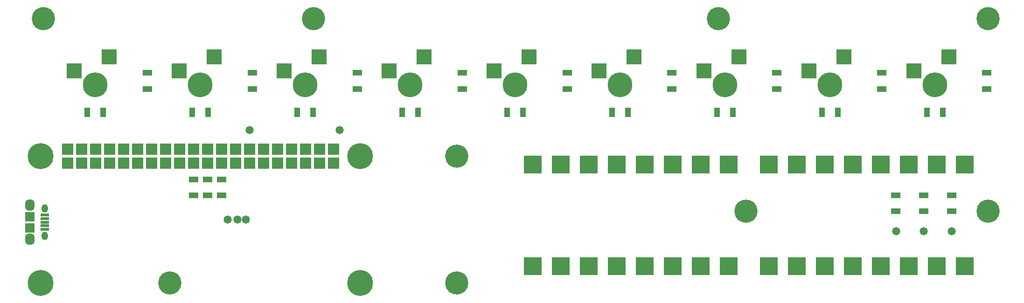
<source format=gts>
G04*
G04 #@! TF.GenerationSoftware,Altium Limited,Altium Designer,22.7.1 (60)*
G04*
G04 Layer_Color=8388736*
%FSLAX24Y24*%
%MOIN*%
G70*
G04*
G04 #@! TF.SameCoordinates,DC1CCC30-8026-4ED1-971E-78593126AE31*
G04*
G04*
G04 #@! TF.FilePolarity,Negative*
G04*
G01*
G75*
%ADD16R,0.0690X0.0671*%
%ADD17R,0.0611X0.0237*%
%ADD18R,0.0710X0.0434*%
%ADD19R,0.0434X0.0710*%
G04:AMPARAMS|DCode=20|XSize=69mil|YSize=78.9mil|CornerRadius=25.4mil|HoleSize=0mil|Usage=FLASHONLY|Rotation=0.000|XOffset=0mil|YOffset=0mil|HoleType=Round|Shape=RoundedRectangle|*
%AMROUNDEDRECTD20*
21,1,0.0690,0.0281,0,0,0.0*
21,1,0.0183,0.0789,0,0,0.0*
1,1,0.0507,0.0092,-0.0141*
1,1,0.0507,-0.0092,-0.0141*
1,1,0.0507,-0.0092,0.0141*
1,1,0.0507,0.0092,0.0141*
%
%ADD20ROUNDEDRECTD20*%
G04:AMPARAMS|DCode=21|XSize=57.2mil|YSize=45.4mil|CornerRadius=20.8mil|HoleSize=0mil|Usage=FLASHONLY|Rotation=270.000|XOffset=0mil|YOffset=0mil|HoleType=Round|Shape=RoundedRectangle|*
%AMROUNDEDRECTD21*
21,1,0.0572,0.0037,0,0,270.0*
21,1,0.0156,0.0454,0,0,270.0*
1,1,0.0417,-0.0019,-0.0078*
1,1,0.0417,-0.0019,0.0078*
1,1,0.0417,0.0019,0.0078*
1,1,0.0417,0.0019,-0.0078*
%
%ADD21ROUNDEDRECTD21*%
%ADD22R,0.1261X0.1261*%
%ADD23R,0.1064X0.1064*%
%ADD24C,0.1773*%
%ADD25R,0.0789X0.0789*%
%ADD26R,0.0789X0.0789*%
%ADD27C,0.1852*%
%ADD28C,0.1655*%
%ADD29C,0.0580*%
D16*
X4492Y30913D02*
D03*
Y31701D02*
D03*
D17*
X5555Y30795D02*
D03*
Y31051D02*
D03*
Y31307D02*
D03*
Y31563D02*
D03*
Y31819D02*
D03*
D18*
X16176Y33217D02*
D03*
Y34358D02*
D03*
X70358Y32094D02*
D03*
Y33236D02*
D03*
X66358D02*
D03*
Y32094D02*
D03*
X68358D02*
D03*
Y33236D02*
D03*
X12894Y40846D02*
D03*
Y41988D02*
D03*
X20386Y40846D02*
D03*
Y41988D02*
D03*
X27879Y40846D02*
D03*
Y41988D02*
D03*
X35372Y40846D02*
D03*
Y41988D02*
D03*
X42864Y40846D02*
D03*
Y41988D02*
D03*
X50357Y40846D02*
D03*
Y41988D02*
D03*
X57849Y40846D02*
D03*
Y41988D02*
D03*
X65342Y40846D02*
D03*
Y41988D02*
D03*
X72835Y40846D02*
D03*
Y41988D02*
D03*
X18176Y33217D02*
D03*
Y34358D02*
D03*
X17176Y33217D02*
D03*
Y34358D02*
D03*
D19*
X69724Y39173D02*
D03*
X68583D02*
D03*
X9724D02*
D03*
X8583D02*
D03*
X17224D02*
D03*
X16083D02*
D03*
X24724D02*
D03*
X23583D02*
D03*
X32224D02*
D03*
X31083D02*
D03*
X39724D02*
D03*
X38583D02*
D03*
X47224D02*
D03*
X46083D02*
D03*
X54724D02*
D03*
X53583D02*
D03*
X62224D02*
D03*
X61083D02*
D03*
D20*
X4492Y30087D02*
D03*
Y32528D02*
D03*
D21*
X5555Y30323D02*
D03*
Y32291D02*
D03*
D22*
X40421Y35433D02*
D03*
X54421D02*
D03*
X52421D02*
D03*
X44421D02*
D03*
X42421D02*
D03*
X50421D02*
D03*
X46421D02*
D03*
X48421D02*
D03*
X57287D02*
D03*
X59287D02*
D03*
X61287D02*
D03*
X67287D02*
D03*
X69287D02*
D03*
X65287D02*
D03*
X71287D02*
D03*
X63287D02*
D03*
X40421Y28157D02*
D03*
X54421D02*
D03*
X52421D02*
D03*
X44421D02*
D03*
X42421D02*
D03*
X50421D02*
D03*
X46421D02*
D03*
X48421D02*
D03*
X57287D02*
D03*
X59287D02*
D03*
X61287D02*
D03*
X67287D02*
D03*
X69287D02*
D03*
X65287D02*
D03*
X71287D02*
D03*
X63287D02*
D03*
D23*
X67654Y42142D02*
D03*
X70154Y43142D02*
D03*
X7654Y42142D02*
D03*
X10154Y43142D02*
D03*
X15154Y42142D02*
D03*
X17654Y43142D02*
D03*
X22654Y42142D02*
D03*
X25154Y43142D02*
D03*
X30154Y42142D02*
D03*
X32654Y43142D02*
D03*
X37654Y42126D02*
D03*
X40154Y43126D02*
D03*
X45154Y42142D02*
D03*
X47654Y43142D02*
D03*
X52654Y42126D02*
D03*
X55154Y43126D02*
D03*
X60154Y42142D02*
D03*
X62654Y43142D02*
D03*
D24*
X69154Y41142D02*
D03*
X9154D02*
D03*
X16654D02*
D03*
X24154D02*
D03*
X31654D02*
D03*
X39154Y41126D02*
D03*
X46654Y41142D02*
D03*
X54154Y41126D02*
D03*
X61654Y41142D02*
D03*
D25*
X22176Y36532D02*
D03*
X23176D02*
D03*
X21176D02*
D03*
X25176D02*
D03*
X26176D02*
D03*
X24176D02*
D03*
X17176D02*
D03*
X18176D02*
D03*
X16176D02*
D03*
X19176D02*
D03*
X20176D02*
D03*
X16176Y35531D02*
D03*
X23176D02*
D03*
X22176D02*
D03*
X25176D02*
D03*
X26176D02*
D03*
X24176D02*
D03*
X18176D02*
D03*
X19176D02*
D03*
X17176D02*
D03*
X21176D02*
D03*
X20176D02*
D03*
X11176Y36532D02*
D03*
X12176D02*
D03*
X14176D02*
D03*
X15176D02*
D03*
X13176D02*
D03*
X8176D02*
D03*
X9176D02*
D03*
X10176D02*
D03*
X7176Y35531D02*
D03*
X12176D02*
D03*
X13176D02*
D03*
X14176D02*
D03*
X15176D02*
D03*
X8176D02*
D03*
X9176D02*
D03*
X11176D02*
D03*
X10176D02*
D03*
D26*
X7176Y36532D02*
D03*
D27*
X28093Y26976D02*
D03*
X5258D02*
D03*
Y36031D02*
D03*
X28093D02*
D03*
D28*
X55634Y32094D02*
D03*
X14492Y26976D02*
D03*
X24728Y45874D02*
D03*
X53665D02*
D03*
D03*
X72957D02*
D03*
X72957Y32094D02*
D03*
X5437Y45874D02*
D03*
X34965Y26976D02*
D03*
Y36031D02*
D03*
D29*
X68358Y30677D02*
D03*
X19314Y31494D02*
D03*
X18626Y31494D02*
D03*
X19914Y31504D02*
D03*
X70358Y30677D02*
D03*
X66362D02*
D03*
X26602Y37911D02*
D03*
X20176D02*
D03*
M02*

</source>
